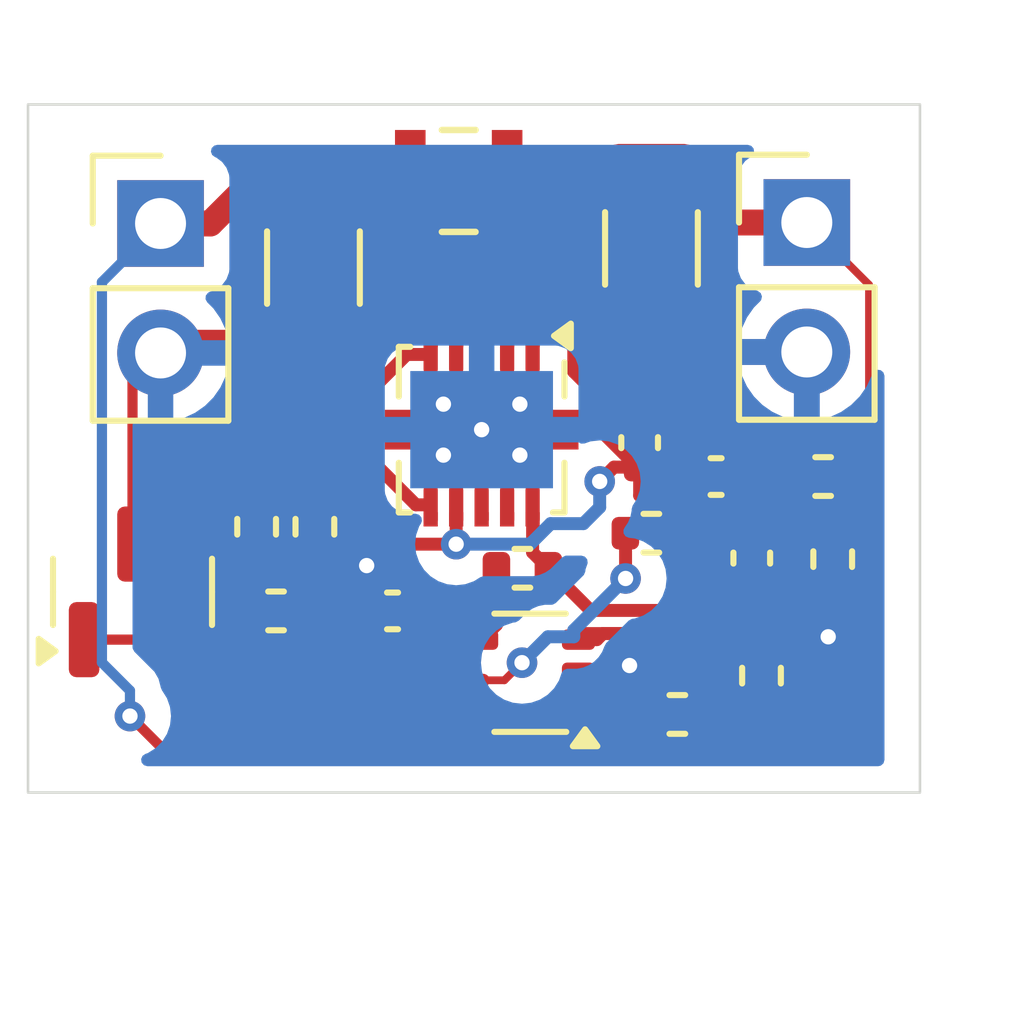
<source format=kicad_pcb>
(kicad_pcb (version 20240108) (generator "pcbnew") (generator_version "8.0")
  (layers (0 "F.Cu" signal) (31 "B.Cu" signal) (34 "B.Paste" user) (35 "F.Paste" user) (36 "B.SilkS" user "B.Silkscreen") (37 "F.SilkS" user "F.Silkscreen") (38 "B.Mask" user) (39 "F.Mask" user) (44 "Edge.Cuts" user))
  (net 0 "")
  (net 1 "GND")
  (net 2 "/Vcell")
  (net 3 "Net-(J2-Pin_1)")
  (net 4 "/Vaux")
  (net 5 "Net-(U3-V+)")
  (net 6 "Net-(U1-FB)")
  (net 7 "Net-(C5-Pad1)")
  (net 8 "Net-(U1-L)")
  (net 9 "Net-(U2-K)")
  (net 10 "Net-(U3-+)")
  (net 11 "Net-(U3--)")
  (net 12 "Net-(R8-Pad2)")
  (footprint "Connector_PinHeader_2.54mm:PinHeader_1x02_P2.54mm_Vertical" (layer "F.Cu") (at 68.6 51.835)
    (property "Reference" "J1" (hide yes))
    (property "Value" "DNP")
    (fp_line (start -1.33 -1.33) (end 0 -1.33) (stroke (width 0.12)) (layer "F.SilkS"))
    (fp_line (start -1.33 0) (end -1.33 -1.33) (stroke (width 0.12)) (layer "F.SilkS"))
    (fp_line (start -1.33 1.27) (end -1.33 3.87) (stroke (width 0.12)) (layer "F.SilkS"))
    (fp_line (start -1.33 1.27) (end 1.33 1.27) (stroke (width 0.12)) (layer "F.SilkS"))
    (fp_line (start -1.33 3.87) (end 1.33 3.87) (stroke (width 0.12)) (layer "F.SilkS"))
    (fp_line (start 1.33 1.27) (end 1.33 3.87) (stroke (width 0.12)) (layer "F.SilkS"))
    (pad "1" thru_hole rect (at 0 0) (size 1.7 1.7) (drill 1) (layers "*.Cu" "*.Mask") (net 2 "/Vcell"))
    (pad "2" thru_hole oval (at 0 2.54) (size 1.7 1.7) (drill 1) (layers "*.Cu" "*.Mask") (net 1 "GND"))
  )
  (footprint "Capacitor_SMD:C_0402_1005Metric" (layer "F.Cu") (at 78 56.135 90)
    (property "Reference" "C3" (hide yes))
    (property "Value" "1uF 4V")
    (fp_line (start -0.107836 -0.36) (end 0.107836 -0.36) (stroke (width 0.12)) (layer "F.SilkS"))
    (fp_line (start -0.107836 0.36) (end 0.107836 0.36) (stroke (width 0.12)) (layer "F.SilkS"))
    (pad "1" smd roundrect (at -0.48 0 90) (size 0.56 0.62) (layers "F.Cu" "F.Paste" "F.Mask") (net 4 "/Vaux"))
    (pad "2" smd roundrect (at 0.48 0 90) (size 0.56 0.62) (layers "F.Cu" "F.Paste" "F.Mask") (net 1 "GND"))
  )
  (footprint "Capacitor_SMD:C_0402_1005Metric" (layer "F.Cu") (at 80.2 58.4 90)
    (property "Reference" "C5" (hide yes))
    (property "Value" "10nF")
    (fp_line (start -0.107836 -0.36) (end 0.107836 -0.36) (stroke (width 0.12)) (layer "F.SilkS"))
    (fp_line (start -0.107836 0.36) (end 0.107836 0.36) (stroke (width 0.12)) (layer "F.SilkS"))
    (pad "1" smd roundrect (at -0.48 0 90) (size 0.56 0.62) (layers "F.Cu" "F.Paste" "F.Mask") (net 7 "Net-(C5-Pad1)"))
    (pad "2" smd roundrect (at 0.48 0 90) (size 0.56 0.62) (layers "F.Cu" "F.Paste" "F.Mask") (net 6 "Net-(U1-FB)"))
  )
  (footprint "Resistor_SMD:R_0402_1005Metric" (layer "F.Cu") (at 78.23 57.912 180)
    (property "Reference" "R5" (hide yes))
    (property "Value" "100")
    (fp_line (start -0.153641 0.38) (end 0.153641 0.38) (stroke (width 0.12)) (layer "F.SilkS"))
    (fp_line (start -0.153641 -0.38) (end 0.153641 -0.38) (stroke (width 0.12)) (layer "F.SilkS"))
    (pad "1" smd roundrect (at -0.51 0 180) (size 0.54 0.64) (layers "F.Cu" "F.Paste" "F.Mask") (net 4 "/Vaux"))
    (pad "2" smd roundrect (at 0.51 0 180) (size 0.54 0.64) (layers "F.Cu" "F.Paste" "F.Mask") (net 5 "Net-(U3-V+)"))
  )
  (footprint "Capacitor_SMD:C_1206_3216Metric" (layer "F.Cu") (at 71.6 52.7 -90)
    (property "Reference" "C1" (hide yes))
    (property "Value" "100uF")
    (fp_line (start -0.711252 0.91) (end 0.711252 0.91) (stroke (width 0.12)) (layer "F.SilkS"))
    (fp_line (start -0.711252 -0.91) (end 0.711252 -0.91) (stroke (width 0.12)) (layer "F.SilkS"))
    (pad "1" smd roundrect (at -1.475 0 270) (size 1.15 1.8) (layers "F.Cu" "F.Paste" "F.Mask") (roundrect_rratio 0.217391) (net 2 "/Vcell"))
    (pad "2" smd roundrect (at 1.475 0 270) (size 1.15 1.8) (layers "F.Cu" "F.Paste" "F.Mask") (roundrect_rratio 0.217391) (net 1 "GND"))
  )
  (footprint "Resistor_SMD:R_0402_1005Metric" (layer "F.Cu") (at 70.866 59.436)
    (property "Reference" "R9" (hide yes))
    (property "Value" "240K")
    (fp_line (start -0.153641 -0.38) (end 0.153641 -0.38) (stroke (width 0.12)) (layer "F.SilkS"))
    (fp_line (start -0.153641 0.38) (end 0.153641 0.38) (stroke (width 0.12)) (layer "F.SilkS"))
    (pad "1" smd roundrect (at -0.51 0) (size 0.54 0.64) (layers "F.Cu" "F.Paste" "F.Mask") (net 10 "Net-(U3-+)"))
    (pad "2" smd roundrect (at 0.51 0) (size 0.54 0.64) (layers "F.Cu" "F.Paste" "F.Mask") (net 1 "GND"))
  )
  (footprint "Library:IND_VLS252010HBX-6R8M-1" (layer "F.Cu") (at 74.45 51)
    (property "Reference" "L1" (hide yes))
    (property "Value" "6.8uH")
    (fp_line (start -0.33 -1) (end 0.33 -1) (stroke (width 0.127)) (layer "F.SilkS"))
    (fp_line (start -0.33 1) (end 0.33 1) (stroke (width 0.127)) (layer "F.SilkS"))
    (pad "1" smd rect (at -0.95 0) (size 0.6 2) (layers "F.Cu" "F.Paste" "F.Mask") (net 2 "/Vcell"))
    (pad "2" smd rect (at 0.95 0) (size 0.6 2) (layers "F.Cu" "F.Paste" "F.Mask") (net 8 "Net-(U1-L)"))
  )
  (footprint "Capacitor_SMD:C_1206_3216Metric" (layer "F.Cu") (at 78.232 52.324 -90)
    (property "Reference" "C2" (hide yes))
    (property "Value" "100uF")
    (fp_line (start -0.711252 0.91) (end 0.711252 0.91) (stroke (width 0.12)) (layer "F.SilkS"))
    (fp_line (start -0.711252 -0.91) (end 0.711252 -0.91) (stroke (width 0.12)) (layer "F.SilkS"))
    (pad "1" smd roundrect (at -1.475 0 270) (size 1.15 1.8) (layers "F.Cu" "F.Paste" "F.Mask") (roundrect_rratio 0.217391) (net 3 "Net-(J2-Pin_1)"))
    (pad "2" smd roundrect (at 1.475 0 270) (size 1.15 1.8) (layers "F.Cu" "F.Paste" "F.Mask") (roundrect_rratio 0.217391) (net 1 "GND"))
  )
  (footprint "Resistor_SMD:R_0402_1005Metric" (layer "F.Cu") (at 71.628 57.785 -90)
    (property "Reference" "R3" (hide yes))
    (property "Value" "1K")
    (fp_line (start -0.153641 0.38) (end 0.153641 0.38) (stroke (width 0.12)) (layer "F.SilkS"))
    (fp_line (start -0.153641 -0.38) (end 0.153641 -0.38) (stroke (width 0.12)) (layer "F.SilkS"))
    (pad "1" smd roundrect (at -0.51 0 270) (size 0.54 0.64) (layers "F.Cu" "F.Paste" "F.Mask") (net 4 "/Vaux"))
    (pad "2" smd roundrect (at 0.51 0 270) (size 0.54 0.64) (layers "F.Cu" "F.Paste" "F.Mask") (net 9 "Net-(U2-K)"))
  )
  (footprint "Resistor_SMD:R_0402_1005Metric" (layer "F.Cu") (at 81.6 56.8 180)
    (property "Reference" "R1" (hide yes))
    (property "Value" "560K")
    (fp_line (start -0.153641 0.38) (end 0.153641 0.38) (stroke (width 0.12)) (layer "F.SilkS"))
    (fp_line (start -0.153641 -0.38) (end 0.153641 -0.38) (stroke (width 0.12)) (layer "F.SilkS"))
    (pad "1" smd roundrect (at -0.51 0 180) (size 0.54 0.64) (layers "F.Cu" "F.Paste" "F.Mask") (net 3 "Net-(J2-Pin_1)"))
    (pad "2" smd roundrect (at 0.51 0 180) (size 0.54 0.64) (layers "F.Cu" "F.Paste" "F.Mask") (net 6 "Net-(U1-FB)"))
  )
  (footprint "Resistor_SMD:R_0402_1005Metric" (layer "F.Cu") (at 70.485 57.785 -90)
    (property "Reference" "R4" (hide yes))
    (property "Value" "750K")
    (fp_line (start -0.153641 0.38) (end 0.153641 0.38) (stroke (width 0.12)) (layer "F.SilkS"))
    (fp_line (start -0.153641 -0.38) (end 0.153641 -0.38) (stroke (width 0.12)) (layer "F.SilkS"))
    (pad "1" smd roundrect (at -0.51 0 270) (size 0.54 0.64) (layers "F.Cu" "F.Paste" "F.Mask") (net 9 "Net-(U2-K)"))
    (pad "2" smd roundrect (at 0.51 0 270) (size 0.54 0.64) (layers "F.Cu" "F.Paste" "F.Mask") (net 10 "Net-(U3-+)"))
  )
  (footprint "Capacitor_SMD:C_0402_1005Metric" (layer "F.Cu") (at 73.152 59.436 180)
    (property "Reference" "C4" (hide yes))
    (property "Value" "1uF 4V")
    (fp_line (start -0.107836 0.36) (end 0.107836 0.36) (stroke (width 0.12)) (layer "F.SilkS"))
    (fp_line (start -0.107836 -0.36) (end 0.107836 -0.36) (stroke (width 0.12)) (layer "F.SilkS"))
    (pad "1" smd roundrect (at -0.48 0 180) (size 0.56 0.62) (layers "F.Cu" "F.Paste" "F.Mask") (net 5 "Net-(U3-V+)"))
    (pad "2" smd roundrect (at 0.48 0 180) (size 0.56 0.62) (layers "F.Cu" "F.Paste" "F.Mask") (net 1 "GND"))
  )
  (footprint "Resistor_SMD:R_0402_1005Metric" (layer "F.Cu") (at 78.74 61.468)
    (property "Reference" "R6" (hide yes))
    (property "Value" "1M")
    (fp_line (start -0.153641 -0.38) (end 0.153641 -0.38) (stroke (width 0.12)) (layer "F.SilkS"))
    (fp_line (start -0.153641 0.38) (end 0.153641 0.38) (stroke (width 0.12)) (layer "F.SilkS"))
    (pad "1" smd roundrect (at -0.51 0) (size 0.54 0.64) (layers "F.Cu" "F.Paste" "F.Mask") (net 2 "/Vcell"))
    (pad "2" smd roundrect (at 0.51 0) (size 0.54 0.64) (layers "F.Cu" "F.Paste" "F.Mask") (net 11 "Net-(U3--)"))
  )
  (footprint "Resistor_SMD:R_0402_1005Metric" (layer "F.Cu") (at 80.391 60.706 90)
    (property "Reference" "R7" (hide yes))
    (property "Value" "100K")
    (fp_line (start -0.153641 -0.38) (end 0.153641 -0.38) (stroke (width 0.12)) (layer "F.SilkS"))
    (fp_line (start -0.153641 0.38) (end 0.153641 0.38) (stroke (width 0.12)) (layer "F.SilkS"))
    (pad "1" smd roundrect (at -0.51 0 90) (size 0.54 0.64) (layers "F.Cu" "F.Paste" "F.Mask") (net 11 "Net-(U3--)"))
    (pad "2" smd roundrect (at 0.51 0 90) (size 0.54 0.64) (layers "F.Cu" "F.Paste" "F.Mask") (net 7 "Net-(C5-Pad1)"))
  )
  (footprint "Resistor_SMD:R_0402_1005Metric" (layer "F.Cu") (at 75.7 58.6 180)
    (property "Reference" "R8" (hide yes))
    (property "Value" "200K")
    (fp_line (start -0.153641 0.38) (end 0.153641 0.38) (stroke (width 0.12)) (layer "F.SilkS"))
    (fp_line (start -0.153641 -0.38) (end 0.153641 -0.38) (stroke (width 0.12)) (layer "F.SilkS"))
    (pad "1" smd roundrect (at -0.51 0 180) (size 0.54 0.64) (layers "F.Cu" "F.Paste" "F.Mask") (net 6 "Net-(U1-FB)"))
    (pad "2" smd roundrect (at 0.51 0 180) (size 0.54 0.64) (layers "F.Cu" "F.Paste" "F.Mask") (net 12 "Net-(R8-Pad2)"))
  )
  (footprint "Package_SON:Texas_S-PVSON-N10_ThermalVias" (layer "F.Cu") (at 74.9 55.88 -90)
    (property "Reference" "U1" (hide yes))
    (property "Value" "TPS61200DRC")
    (fp_line (start -1.625 1.625) (end -0.65 1.625) (stroke (width 0.12)) (layer "F.SilkS"))
    (fp_line (start -1.625 1.625) (end -1.625 1.4) (stroke (width 0.12)) (layer "F.SilkS"))
    (fp_line (start 0.65 1.625) (end 1.625 1.625) (stroke (width 0.12)) (layer "F.SilkS"))
    (fp_line (start 1.625 1.4) (end 1.625 1.625) (stroke (width 0.12)) (layer "F.SilkS"))
    (fp_line (start 1.625 -1.4) (end 1.625 -1.625) (stroke (width 0.12)) (layer "F.SilkS"))
    (fp_line (start -1.32 -1.625) (end -0.65 -1.625) (stroke (width 0.12)) (layer "F.SilkS"))
    (fp_line (start 0.65 -1.625) (end 1.625 -1.625) (stroke (width 0.12)) (layer "F.SilkS"))
    (fp_poly (pts (xy -1.84 -1.42) (xy -2.08 -1.75) (xy -1.6 -1.75) (xy -1.84 -1.42)) (stroke (width 0.12)) (fill solid) (layer "F.SilkS"))
    (pad "1" smd rect (at -1.76 -1 270) (size 0.28 0.28) (layers "F.Cu" "F.Paste" "F.Mask") (net 4 "/Vaux"))
    (pad "1" smd oval (at -1.475 -1 270) (size 0.85 0.28) (layers "F.Cu" "F.Paste" "F.Mask") (net 4 "/Vaux"))
    (pad "2" smd rect (at -1.76 -0.5 270) (size 0.28 0.28) (layers "F.Cu" "F.Paste" "F.Mask") (net 3 "Net-(J2-Pin_1)"))
    (pad "2" smd oval (at -1.475 -0.5 270) (size 0.85 0.28) (layers "F.Cu" "F.Paste" "F.Mask") (net 3 "Net-(J2-Pin_1)"))
    (pad "3" smd rect (at -1.76 0 270) (size 0.28 0.28) (layers "F.Cu" "F.Paste" "F.Mask") (net 8 "Net-(U1-L)"))
    (pad "3" smd oval (at -1.475 0 270) (size 0.85 0.28) (layers "F.Cu" "F.Paste" "F.Mask") (net 8 "Net-(U1-L)"))
    (pad "4" smd rect (at -1.76 0.5 270) (size 0.28 0.28) (layers "F.Cu" "F.Paste" "F.Mask") (net 1 "GND"))
    (pad "4" smd oval (at -1.475 0.5 270) (size 0.85 0.28) (layers "F.Cu" "F.Paste" "F.Mask") (net 1 "GND"))
    (pad "5" smd rect (at -1.76 1 270) (size 0.28 0.28) (layers "F.Cu" "F.Paste" "F.Mask") (net 2 "/Vcell"))
    (pad "5" smd oval (at -1.475 1 270) (size 0.85 0.28) (layers "F.Cu" "F.Paste" "F.Mask") (net 2 "/Vcell"))
    (pad "6" smd oval (at 1.475 1 270) (size 0.85 0.28) (layers "F.Cu" "F.Paste" "F.Mask") (net 2 "/Vcell"))
    (pad "6" smd rect (at 1.76 1 270) (size 0.28 0.28) (layers "F.Cu" "F.Paste" "F.Mask") (net 2 "/Vcell"))
    (pad "7" smd oval (at 1.475 0.5 270) (size 0.85 0.28) (layers "F.Cu" "F.Paste" "F.Mask") (net 4 "/Vaux"))
    (pad "7" smd rect (at 1.76 0.5 270) (size 0.28 0.28) (layers "F.Cu" "F.Paste" "F.Mask") (net 4 "/Vaux"))
    (pad "8" smd oval (at 1.475 0 270) (size 0.85 0.28) (layers "F.Cu" "F.Paste" "F.Mask") (net 1 "GND"))
    (pad "8" smd rect (at 1.76 0 270) (size 0.28 0.28) (layers "F.Cu" "F.Paste" "F.Mask") (net 1 "GND"))
    (pad "9" smd oval (at 1.475 -0.5 270) (size 0.85 0.28) (layers "F.Cu" "F.Paste" "F.Mask") (net 1 "GND"))
    (pad "9" smd rect (at 1.76 -0.5 270) (size 0.28 0.28) (layers "F.Cu" "F.Paste" "F.Mask") (net 1 "GND"))
    (pad "10" smd oval (at 1.475 -1 270) (size 0.85 0.28) (layers "F.Cu" "F.Paste" "F.Mask") (net 6 "Net-(U1-FB)"))
    (pad "10" smd rect (at 1.76 -1 270) (size 0.28 0.28) (layers "F.Cu" "F.Paste" "F.Mask") (net 6 "Net-(U1-FB)"))
    (pad "11" thru_hole circle (at -0.5 -0.75 270) (size 0.6 0.6) (drill 0.3) (layers "*.Cu" "*.Mask") (net 1 "GND"))
    (pad "11" thru_hole circle (at -0.5 0.75 270) (size 0.6 0.6) (drill 0.3) (layers "*.Cu" "*.Mask") (net 1 "GND"))
    (pad "11" smd rect (at -0.45 -0.635 270) (size 0.68 1.05) (layers "F.Cu" "F.Paste" "F.Mask") (net 1 "GND"))
    (pad "11" smd rect (at -0.45 0.635 270) (size 0.68 1.05) (layers "F.Cu" "F.Paste" "F.Mask") (net 1 "GND"))
    (pad "11" smd rect (at -0.25 -1.63 270) (size 0.26 0.5) (layers "F.Cu" "F.Paste" "F.Mask") (net 1 "GND"))
    (pad "11" smd rect (at -0.25 -1.55 270) (size 0.28 0.7) (layers "F.Cu" "F.Mask") (net 1 "GND"))
    (pad "11" smd rect (at -0.25 1.55 270) (size 0.28 0.7) (layers "F.Cu" "F.Mask") (net 1 "GND"))
    (pad "11" smd rect (at -0.25 1.63 270) (size 0.26 0.5) (layers "F.Cu" "F.Paste" "F.Mask") (net 1 "GND"))
    (pad "11" thru_hole circle (at 0 0 270) (size 0.6 0.6) (drill 0.3) (layers "*.Cu" "*.Mask") (net 1 "GND"))
    (pad "11" smd rect (at 0 0 270) (size 1.65 2.4) (layers "F.Cu" "F.Mask") (net 1 "GND"))
    (pad "11" smd rect (at 0 0 270) (size 2.3 2.8) (layers "B.Cu") (net 1 "GND"))
    (pad "11" smd rect (at 0.25 -1.63 270) (size 0.26 0.5) (layers "F.Cu" "F.Paste" "F.Mask") (net 1 "GND"))
    (pad "11" smd rect (at 0.25 -1.55 270) (size 0.28 0.7) (layers "F.Cu" "F.Mask") (net 1 "GND"))
    (pad "11" smd rect (at 0.25 1.55 270) (size 0.28 0.7) (layers "F.Cu" "F.Mask") (net 1 "GND"))
    (pad "11" smd rect (at 0.25 1.63 270) (size 0.26 0.5) (layers "F.Cu" "F.Paste" "F.Mask") (net 1 "GND"))
    (pad "11" smd rect (at 0.45 -0.635 270) (size 0.68 1.05) (layers "F.Cu" "F.Paste" "F.Mask") (net 1 "GND"))
    (pad "11" smd rect (at 0.45 0.635 270) (size 0.68 1.05) (layers "F.Cu" "F.Paste" "F.Mask") (net 1 "GND"))
    (pad "11" thru_hole circle (at 0.5 -0.75 270) (size 0.6 0.6) (drill 0.3) (layers "*.Cu" "*.Mask") (net 1 "GND"))
    (pad "11" thru_hole circle (at 0.5 0.75 270) (size 0.6 0.6) (drill 0.3) (layers "*.Cu" "*.Mask") (net 1 "GND"))
  )
  (footprint "Package_TO_SOT_SMD:SOT-353_SC-70-5" (layer "F.Cu") (at 75.85 60.65 180)
    (property "Reference" "U3" (hide yes))
    (property "Value" "OPA379")
    (fp_line (start -0.7 1.16) (end 0.7 1.16) (stroke (width 0.12)) (layer "F.SilkS"))
    (fp_line (start -0.71 -1.16) (end 0.7 -1.16) (stroke (width 0.12)) (layer "F.SilkS"))
    (fp_poly (pts (xy -1.08 -1.11) (xy -1.32 -1.44) (xy -0.84 -1.44) (xy -1.08 -1.11)) (stroke (width 0.12)) (fill solid) (layer "F.SilkS"))
    (pad "1" smd roundrect (at -0.95 -0.65 180) (size 0.65 0.4) (layers "F.Cu" "F.Paste" "F.Mask") (net 10 "Net-(U3-+)"))
    (pad "2" smd roundrect (at -0.95 0 180) (size 0.65 0.4) (layers "F.Cu" "F.Paste" "F.Mask") (net 1 "GND"))
    (pad "3" smd roundrect (at -0.95 0.65 180) (size 0.65 0.4) (layers "F.Cu" "F.Paste" "F.Mask") (net 11 "Net-(U3--)"))
    (pad "4" smd roundrect (at 0.95 0.65 180) (size 0.65 0.4) (layers "F.Cu" "F.Paste" "F.Mask") (net 12 "Net-(R8-Pad2)"))
    (pad "5" smd roundrect (at 0.95 -0.65 180) (size 0.65 0.4) (layers "F.Cu" "F.Paste" "F.Mask") (net 5 "Net-(U3-V+)"))
  )
  (footprint "Resistor_SMD:R_0402_1005Metric" (layer "F.Cu") (at 81.788 58.42 -90)
    (property "Reference" "R2" (hide yes))
    (property "Value" "200K")
    (fp_line (start -0.153641 0.38) (end 0.153641 0.38) (stroke (width 0.12)) (layer "F.SilkS"))
    (fp_line (start -0.153641 -0.38) (end 0.153641 -0.38) (stroke (width 0.12)) (layer "F.SilkS"))
    (pad "1" smd roundrect (at -0.51 0 270) (size 0.54 0.64) (layers "F.Cu" "F.Paste" "F.Mask") (net 6 "Net-(U1-FB)"))
    (pad "2" smd roundrect (at 0.51 0 270) (size 0.54 0.64) (layers "F.Cu" "F.Paste" "F.Mask") (net 1 "GND"))
  )
  (footprint "Connector_PinHeader_2.54mm:PinHeader_1x02_P2.54mm_Vertical" (layer "F.Cu") (at 81.28 51.816)
    (property "Reference" "J2" (hide yes))
    (property "Value" "DNP")
    (fp_line (start -1.33 -1.33) (end 0 -1.33) (stroke (width 0.12)) (layer "F.SilkS"))
    (fp_line (start -1.33 0) (end -1.33 -1.33) (stroke (width 0.12)) (layer "F.SilkS"))
    (fp_line (start -1.33 1.27) (end -1.33 3.87) (stroke (width 0.12)) (layer "F.SilkS"))
    (fp_line (start -1.33 1.27) (end 1.33 1.27) (stroke (width 0.12)) (layer "F.SilkS"))
    (fp_line (start -1.33 3.87) (end 1.33 3.87) (stroke (width 0.12)) (layer "F.SilkS"))
    (fp_line (start 1.33 1.27) (end 1.33 3.87) (stroke (width 0.12)) (layer "F.SilkS"))
    (pad "1" thru_hole rect (at 0 0) (size 1.7 1.7) (drill 1) (layers "*.Cu" "*.Mask") (net 3 "Net-(J2-Pin_1)"))
    (pad "2" thru_hole oval (at 0 2.54) (size 1.7 1.7) (drill 1) (layers "*.Cu" "*.Mask") (net 1 "GND"))
  )
  (footprint "Package_TO_SOT_SMD:SOT-23" (layer "F.Cu") (at 68.05 59.0625 90)
    (property "Reference" "U2" (hide yes))
    (property "Value" "TL431DBZ")
    (fp_line (start 0 -1.56) (end 0.65 -1.56) (stroke (width 0.12)) (layer "F.SilkS"))
    (fp_line (start 0 -1.56) (end -0.65 -1.56) (stroke (width 0.12)) (layer "F.SilkS"))
    (fp_line (start 0 1.56) (end 0.65 1.56) (stroke (width 0.12)) (layer "F.SilkS"))
    (fp_line (start 0 1.56) (end -0.65 1.56) (stroke (width 0.12)) (layer "F.SilkS"))
    (fp_poly (pts (xy -1.1625 -1.51) (xy -1.4025 -1.84) (xy -0.9225 -1.84) (xy -1.1625 -1.51)) (stroke (width 0.12)) (fill solid) (layer "F.SilkS"))
    (pad "1" smd roundrect (at -0.9375 -0.95 90) (size 1.475 0.6) (layers "F.Cu" "F.Paste" "F.Mask") (net 9 "Net-(U2-K)"))
    (pad "2" smd roundrect (at -0.9375 0.95 90) (size 1.475 0.6) (layers "F.Cu" "F.Paste" "F.Mask") (net 9 "Net-(U2-K)"))
    (pad "3" smd roundrect (at 0.9375 0 90) (size 1.475 0.6) (layers "F.Cu" "F.Paste" "F.Mask") (net 1 "GND"))
  )
  (footprint "Capacitor_SMD:C_0402_1005Metric" (layer "F.Cu") (at 79.5 56.8)
    (property "Reference" "C6" (hide yes))
    (property "Value" "33pF")
    (fp_line (start -0.107836 -0.36) (end 0.107836 -0.36) (stroke (width 0.12)) (layer "F.SilkS"))
    (fp_line (start -0.107836 0.36) (end 0.107836 0.36) (stroke (width 0.12)) (layer "F.SilkS"))
    (pad "1" smd roundrect (at -0.48 0) (size 0.56 0.62) (layers "F.Cu" "F.Paste" "F.Mask") (net 3 "Net-(J2-Pin_1)"))
    (pad "2" smd roundrect (at 0.48 0) (size 0.56 0.62) (layers "F.Cu" "F.Paste" "F.Mask") (net 6 "Net-(U1-FB)"))
  )
  (gr_rect (start 66 49.5) (end 83.5 63) (stroke (width 0.05)) (fill none) (layer "Edge.Cuts"))
  (segment (start 76.8 60.65) (end 77.66 60.65) (width 0.254) (layer "F.Cu") (net 1))
  (segment (start 74.4 55.13) (end 74.4 54.405) (width 0.254) (layer "F.Cu") (net 1))
  (segment (start 72.644 58.547) (end 72.644 59.408) (width 0.1524) (layer "F.Cu") (net 1))
  (segment (start 78.789 54.356) (end 78.232 53.799) (width 0.508) (layer "F.Cu") (net 1))
  (segment (start 71.6 54.175) (end 68.8 54.175) (width 0.508) (layer "F.Cu") (net 1))
  (segment (start 81.7 59.944) (end 81.7 59.018) (width 0.254) (layer "F.Cu") (net 1))
  (segment (start 68.05 54.925) (end 68.6 54.375) (width 0.2) (layer "F.Cu") (net 1))
  (segment (start 78 55.145) (end 78.789 54.356) (width 0.254) (layer "F.Cu") (net 1))
  (segment (start 81.28 54.356) (end 78.789 54.356) (width 0.508) (layer "F.Cu") (net 1))
  (segment (start 81.7 59.018) (end 81.788 58.93) (width 0.254) (layer "F.Cu") (net 1))
  (segment (start 74.9 55.88) (end 74.9 57.355) (width 0.254) (layer "F.Cu") (net 1))
  (segment (start 74.15 55.38) (end 74.4 55.13) (width 0.254) (layer "F.Cu") (net 1))
  (segment (start 78 55.655) (end 78 55.145) (width 0.254) (layer "F.Cu") (net 1))
  (segment (start 72.644 59.408) (end 72.672 59.436) (width 0.1524) (layer "F.Cu") (net 1))
  (segment (start 71.376 59.436) (end 72.672 59.436) (width 0.1524) (layer "F.Cu") (net 1))
  (segment (start 75.65 56.38) (end 75.4 56.63) (width 0.254) (layer "F.Cu") (net 1))
  (segment (start 68.05 58.125) (end 68.05 54.925) (width 0.2) (layer "F.Cu") (net 1))
  (segment (start 68.8 54.175) (end 68.6 54.375) (width 0.508) (layer "F.Cu") (net 1))
  (segment (start 75.4 56.63) (end 75.4 57.355) (width 0.254) (layer "F.Cu") (net 1))
  (via (at 81.7 59.944) (size 0.6) (drill 0.3) (layers "F.Cu" "B.Cu") (net 1))
  (via (at 72.644 58.547) (size 0.6) (drill 0.3) (layers "F.Cu" "B.Cu") (net 1))
  (via (at 77.802054 60.507946) (size 0.6) (drill 0.3) (layers "F.Cu" "B.Cu") (net 1))
  (segment (start 79.248 54.229) (end 79.375 54.356) (width 0.508) (layer "B.Cu") (net 1))
  (segment (start 81.28 54.356) (end 81.28 56.896) (width 0.508) (layer "B.Cu") (net 1))
  (segment (start 81.28 54.356) (end 79.375 54.356) (width 0.508) (layer "B.Cu") (net 1))
  (segment (start 68.6524 62.1524) (end 68 61.5) (width 0.2) (layer "F.Cu") (net 2))
  (segment (start 72.644 56.388) (end 72.644 56) (width 0.254) (layer "F.Cu") (net 2))
  (segment (start 73.415 51.225) (end 73.625 51.435) (width 0.508) (layer "F.Cu") (net 2))
  (segment (start 73.431 54.405) (end 73.9 54.405) (width 0.254) (layer "F.Cu") (net 2))
  (segment (start 71.6 51.225) (end 73.415 51.225) (width 0.508) (layer "F.Cu") (net 2))
  (segment (start 76.8476 62.1524) (end 68.6524 62.1524) (width 0.2) (layer "F.Cu") (net 2))
  (segment (start 73.9 54.405) (end 73.9 51.71) (width 0.254) (layer "F.Cu") (net 2))
  (segment (start 70.187 51.225) (end 71.6 51.225) (width 0.508) (layer "F.Cu") (net 2))
  (segment (start 73.611 57.355) (end 72.644 56.388) (width 0.254) (layer "F.Cu") (net 2))
  (segment (start 73.9 51.71) (end 73.625 51.435) (width 0.254) (layer "F.Cu") (net 2))
  (segment (start 68.6 51.835) (end 69.577 51.835) (width 0.508) (layer "F.Cu") (net 2))
  (segment (start 72.644 55.192) (end 73.431 54.405) (width 0.254) (layer "F.Cu") (net 2))
  (segment (start 78.23 61.468) (end 77.532 61.468) (width 0.2) (layer "F.Cu") (net 2))
  (segment (start 72.644 56) (end 72.644 55.192) (width 0.254) (layer "F.Cu") (net 2))
  (segment (start 77 62) (end 76.8476 62.1524) (width 0.2) (layer "F.Cu") (net 2))
  (segment (start 73.9 57.355) (end 73.611 57.355) (width 0.254) (layer "F.Cu") (net 2))
  (segment (start 77.532 61.468) (end 77 62) (width 0.2) (layer "F.Cu") (net 2))
  (segment (start 69.577 51.835) (end 70.187 51.225) (width 0.508) (layer "F.Cu") (net 2))
  (via (at 68 61.5) (size 0.6) (drill 0.3) (layers "F.Cu" "B.Cu") (net 2))
  (segment (start 68 61.5) (end 68 61) (width 0.2) (layer "B.Cu") (net 2))
  (segment (start 68 61) (end 67.45 60.45) (width 0.2) (layer "B.Cu") (net 2))
  (segment (start 67.45 60.45) (end 67.45 52.985) (width 0.2) (layer "B.Cu") (net 2))
  (segment (start 67.45 52.985) (end 68.6 51.835) (width 0.2) (layer "B.Cu") (net 2))
  (segment (start 75.4 53.154) (end 75.692 52.862) (width 0.254) (layer "F.Cu") (net 3))
  (segment (start 81.444 56.134) (end 82.11 56.8) (width 0.254) (layer "F.Cu") (net 3))
  (segment (start 77.216 52.832) (end 77.216 52.144) (width 0.254) (layer "F.Cu") (net 3))
  (segment (start 77.186 52.862) (end 77.216 52.832) (width 0.254) (layer "F.Cu") (net 3))
  (segment (start 79.375 56.134) (end 81.444 56.134) (width 0.254) (layer "F.Cu") (net 3))
  (segment (start 79.199 51.816) (end 78.232 50.849) (width 0.508) (layer "F.Cu") (net 3))
  (segment (start 82.5 53.036) (end 81.28 51.816) (width 0.1524) (layer "F.Cu") (net 3))
  (segment (start 82.11 56.39) (end 82.5 56) (width 0.1524) (layer "F.Cu") (net 3))
  (segment (start 81.28 51.816) (end 79.199 51.816) (width 0.508) (layer "F.Cu") (net 3))
  (segment (start 75.4 54.405) (end 75.4 53.154) (width 0.254) (layer "F.Cu") (net 3))
  (segment (start 82.11 56.8) (end 82.11 56.39) (width 0.1524) (layer "F.Cu") (net 3))
  (segment (start 79.02 56.489) (end 79.375 56.134) (width 0.254) (layer "F.Cu") (net 3))
  (segment (start 79.02 56.8) (end 79.02 56.489) (width 0.254) (layer "F.Cu") (net 3))
  (segment (start 77.216 52.144) (end 78.5 50.86) (width 0.254) (layer "F.Cu") (net 3))
  (segment (start 75.692 52.862) (end 77.186 52.862) (width 0.254) (layer "F.Cu") (net 3))
  (segment (start 82.5 56) (end 82.5 53.036) (width 0.1524) (layer "F.Cu") (net 3))
  (segment (start 82.11 56.8) (end 82.392 56.8) (width 0.1524) (layer "F.Cu") (net 3))
  (segment (start 78 57.172) (end 78 56.615) (width 0.254) (layer "F.Cu") (net 4))
  (segment (start 77.951 56.615) (end 77.216 55.88) (width 0.254) (layer "F.Cu") (net 4))
  (segment (start 73.366989 58.126989) (end 72.39 57.15) (width 0.254) (layer "F.Cu") (net 4))
  (segment (start 78.74 57.912) (end 78 57.172) (width 0.254) (layer "F.Cu") (net 4))
  (segment (start 75.9 53.64) (end 76.2 53.34) (width 0.254) (layer "F.Cu") (net 4))
  (segment (start 76.2 53.34) (end 76.708 53.34) (width 0.254) (layer "F.Cu") (net 4))
  (segment (start 76.708 53.34) (end 76.708 54.744) (width 0.254) (layer "F.Cu") (net 4))
  (segment (start 72.39 57.15) (end 72.265 57.275) (width 0.254) (layer "F.Cu") (net 4))
  (segment (start 72.265 57.275) (end 71.628 57.275) (width 0.254) (layer "F.Cu") (net 4))
  (segment (start 78 56.615) (end 77.497 56.615) (width 0.254) (layer "F.Cu") (net 4))
  (segment (start 74.4 58.11) (end 74.4 58.126989) (width 0.254) (layer "F.Cu") (net 4))
  (segment (start 74.4 58.11) (end 74.4 57.64) (width 0.254) (layer "F.Cu") (net 4))
  (segment (start 74.4 58.126989) (end 73.366989 58.126989) (width 0.254) (layer "F.Cu") (net 4))
  (segment (start 78 56.615) (end 77.951 56.615) (width 0.254) (layer "F.Cu") (net 4))
  (segment (start 76.708 54.744) (end 77.216 55.252) (width 0.254) (layer "F.Cu") (net 4))
  (segment (start 75.9 54.12) (end 75.9 53.64) (width 0.254) (layer "F.Cu") (net 4))
  (segment (start 77.497 56.615) (end 77.216 56.896) (width 0.254) (layer "F.Cu") (net 4))
  (segment (start 77.216 55.252) (end 77.216 55.88) (width 0.254) (layer "F.Cu") (net 4))
  (via (at 74.4 58.126989) (size 0.6) (drill 0.3) (layers "F.Cu" "B.Cu") (net 4))
  (via (at 77.216 56.896) (size 0.6) (drill 0.3) (layers "F.Cu" "B.Cu") (net 4))
  (segment (start 77.216 57.404) (end 77.216 56.896) (width 0.254) (layer "B.Cu") (net 4))
  (segment (start 76.896052 57.723948) (end 77.216 57.404) (width 0.254) (layer "B.Cu") (net 4))
  (segment (start 76.254 57.723948) (end 76.896052 57.723948) (width 0.254) (layer "B.Cu") (net 4))
  (segment (start 75.850959 58.126989) (end 76.254 57.723948) (width 0.254) (layer "B.Cu") (net 4))
  (segment (start 74.4 58.126989) (end 75.850959 58.126989) (width 0.254) (layer "B.Cu") (net 4))
  (segment (start 73.632 59.436) (end 73.632 59.745999) (width 0.1524) (layer "F.Cu") (net 5))
  (segment (start 74.9 61.3) (end 74.9 60.8275) (width 0.254) (layer "F.Cu") (net 5))
  (segment (start 75.3465 60.7975) (end 75.692 60.452) (width 0.1524) (layer "F.Cu") (net 5))
  (segment (start 77.724 57.916) (end 77.72 57.912) (width 0.254) (layer "F.Cu") (net 5))
  (segment (start 74.93 60.7975) (end 75.3465 60.7975) (width 0.1524) (layer "F.Cu") (net 5))
  (segment (start 74.683501 60.7975) (end 74.93 60.7975) (width 0.1524) (layer "F.Cu") (net 5))
  (segment (start 74.9 60.8275) (end 74.93 60.7975) (width 0.254) (layer "F.Cu") (net 5))
  (segment (start 77.724 58.799946) (end 77.724 57.916) (width 0.254) (layer "F.Cu") (net 5))
  (segment (start 73.632 59.745999) (end 74.683501 60.7975) (width 0.1524) (layer "F.Cu") (net 5))
  (via (at 75.692 60.452) (size 0.6) (drill 0.3) (layers "F.Cu" "B.Cu") (net 5))
  (via (at 77.724 58.799946) (size 0.6) (drill 0.3) (layers "F.Cu" "B.Cu") (net 5))
  (segment (start 76.708 59.944) (end 76.2 59.944) (width 0.254) (layer "B.Cu") (net 5))
  (segment (start 77.724 58.799946) (end 76.708 59.815946) (width 0.254) (layer "B.Cu") (net 5))
  (segment (start 76.708 59.815946) (end 76.708 59.944) (width 0.254) (layer "B.Cu") (net 5))
  (segment (start 76.2 59.944) (end 75.692 60.452) (width 0.254) (layer "B.Cu") (net 5))
  (segment (start 75.9 57.355) (end 75.9 58.29) (width 0.254) (layer "F.Cu") (net 6))
  (segment (start 80.2 57.02) (end 79.98 56.8) (width 0.254) (layer "F.Cu") (net 6))
  (segment (start 80.185682 57.92) (end 80.2 57.92) (width 0.254) (layer "F.Cu") (net 6))
  (segment (start 79.98 56.8) (end 81.09 56.8) (width 0.254) (layer "F.Cu") (net 6))
  (segment (start 76.21 58.6) (end 77.036946 59.426946) (width 0.254) (layer "F.Cu") (net 6))
  (segment (start 75.9 58.29) (end 76.21 58.6) (width 0.254) (layer "F.Cu") (net 6))
  (segment (start 80.2 57.92) (end 80.2 57.02) (width 0.254) (layer "F.Cu") (net 6))
  (segment (start 81.788 57.91) (end 81.788 57.498) (width 0.254) (layer "F.Cu") (net 6))
  (segment (start 77.036946 59.426946) (end 78.678736 59.426946) (width 0.254) (layer "F.Cu") (net 6))
  (segment (start 78.678736 59.426946) (end 80.185682 57.92) (width 0.254) (layer "F.Cu") (net 6))
  (segment (start 81.788 57.498) (end 81.09 56.8) (width 0.254) (layer "F.Cu") (net 6))
  (segment (start 80.2 60.005) (end 80.391 60.196) (width 0.1524) (layer "F.Cu") (net 7))
  (segment (start 80.2 58.88) (end 80.2 60.005) (width 0.1524) (layer "F.Cu") (net 7))
  (segment (start 74.8825 51.5175) (end 75.4 51) (width 0.381) (layer "F.Cu") (net 8))
  (segment (start 74.9 53.385856) (end 74.8825 53.368356) (width 0.254) (layer "F.Cu") (net 8))
  (segment (start 74.8825 53.368356) (end 74.8825 51.5175) (width 0.381) (layer "F.Cu") (net 8))
  (segment (start 74.9 54.12) (end 74.9 53.385856) (width 0.254) (layer "F.Cu") (net 8))
  (segment (start 69 58) (end 69.725 57.275) (width 0.2) (layer "F.Cu") (net 9))
  (segment (start 69.725 57.275) (end 70.485 57.275) (width 0.2) (layer "F.Cu") (net 9))
  (segment (start 69 60) (end 69 58) (width 0.2) (layer "F.Cu") (net 9))
  (segment (start 70.3975 57.3625) (end 70.485 57.275) (width 0.2) (layer "F.Cu") (net 9))
  (segment (start 71.505 58.295) (end 70.485 57.275) (width 0.1524) (layer "F.Cu") (net 9))
  (segment (start 67.1 60) (end 69 60) (width 0.2) (layer "F.Cu") (net 9))
  (segment (start 71.628 58.295) (end 71.505 58.295) (width 0.1524) (layer "F.Cu") (net 9))
  (segment (start 74.516402 61.7762) (end 75.998801 61.7762) (width 0.1524) (layer "F.Cu") (net 10))
  (segment (start 74.295 61.087) (end 74.295 61.554798) (width 0.1524) (layer "F.Cu") (net 10))
  (segment (start 73.3415 60.1335) (end 74.295 61.087) (width 0.1524) (layer "F.Cu") (net 10))
  (segment (start 70.485 59.307) (end 70.356 59.436) (width 0.1524) (layer "F.Cu") (net 10))
  (segment (start 70.485 58.295) (end 70.485 59.307) (width 0.1524) (layer "F.Cu") (net 10))
  (segment (start 74.295 61.554798) (end 74.516402 61.7762) (width 0.1524) (layer "F.Cu") (net 10))
  (segment (start 76.8 61.3) (end 76.475001 61.3) (width 0.254) (layer "F.Cu") (net 10))
  (segment (start 75.998801 61.7762) (end 76.475001 61.3) (width 0.1524) (layer "F.Cu") (net 10))
  (segment (start 70.356 59.436) (end 71.0535 60.1335) (width 0.1524) (layer "F.Cu") (net 10))
  (segment (start 71.0535 60.1335) (end 73.3415 60.1335) (width 0.1524) (layer "F.Cu") (net 10))
  (segment (start 79.842 61.468) (end 80.2 61.11) (width 0.254) (layer "F.Cu") (net 11))
  (segment (start 76.8 60) (end 77.16 60) (width 0.254) (layer "F.Cu") (net 11))
  (segment (start 77.16 60) (end 77.279054 59.880946) (width 0.254) (layer "F.Cu") (net 11))
  (segment (start 79.25 61.468) (end 79.842 61.468) (width 0.254) (layer "F.Cu") (net 11))
  (segment (start 76.8 60) (end 76.919054 59.880946) (width 0.254) (layer "F.Cu") (net 11))
  (segment (start 78.970946 59.880946) (end 80.2 61.11) (width 0.254) (layer "F.Cu") (net 11))
  (segment (start 79.055946 59.880946) (end 80.391 61.216) (width 0.254) (layer "F.Cu") (net 11))
  (segment (start 76.919054 59.880946) (end 79.055946 59.880946) (width 0.254) (layer "F.Cu") (net 11))
  (segment (start 77.279054 59.880946) (end 78.970946 59.880946) (width 0.254) (layer "F.Cu") (net 11))
  (segment (start 75.19 59.71) (end 74.9 60) (width 0.254) (layer "F.Cu") (net 12))
  (segment (start 75.19 58.6) (end 75.19 59.71) (width 0.254) (layer "F.Cu") (net 12))
  (zone (net 1) (net_name "GND") (layer "B.Cu") (connect_pads (clearance 0.5)) (min_thickness 0.25) (fill yes (thermal_gap 0.5) (thermal_bridge_width 0.5))
    (polygon (pts (xy 66.04 50.292) (xy 82.804 50.292) (xy 82.804 62.484) (xy 66.04 62.484)))
  )
)
</source>
